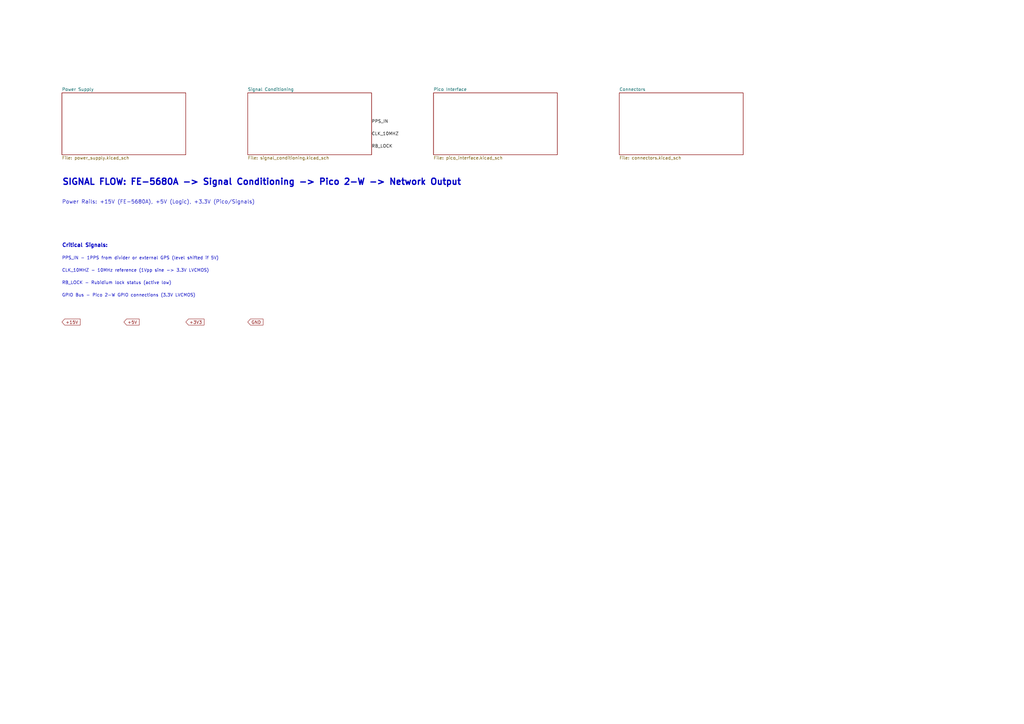
<source format=kicad_sch>
(kicad_sch
	(version 20231120)
	(generator "eeschema")
	(generator_version "8.0")
	(uuid "e63e39d7-6ac0-4ffd-8aa3-1841a4541b55")
	(paper "A3")
	(title_block
		(title "CHRONOS-Rb Rubidium Time Server")
		(date "2024-12-20")
		(rev "1.0")
		(company "Open Source Hardware")
		(comment 1 "Stratum-1 NTP/PTP Time Server")
		(comment 2 "FE-5680A Rubidium Disciplined")
		(comment 3 "Raspberry Pi Pico 2-W Based")
	)
	(lib_symbols)
	(sheet
		(at 25.4 38.1)
		(size 50.8 25.4)
		(fields_autoplaced yes)
		(stroke
			(width 0.1524)
			(type solid)
		)
		(fill
			(color 0 0 0 0.0000)
		)
		(uuid "a1b2c3d4-0001-0001-0001-000000000001")
		(property "Sheetname" "Power Supply"
			(at 25.4 37.3886 0)
			(effects
				(font
					(size 1.27 1.27)
				)
				(justify left bottom)
			)
		)
		(property "Sheetfile" "power_supply.kicad_sch"
			(at 25.4 64.0114 0)
			(effects
				(font
					(size 1.27 1.27)
				)
				(justify left top)
			)
		)
		(instances
			(project "chronos_rb"
				(path "/e63e39d7-6ac0-4ffd-8aa3-1841a4541b55"
					(page "2")
				)
			)
		)
	)
	(sheet
		(at 101.6 38.1)
		(size 50.8 25.4)
		(fields_autoplaced yes)
		(stroke
			(width 0.1524)
			(type solid)
		)
		(fill
			(color 0 0 0 0.0000)
		)
		(uuid "a1b2c3d4-0002-0002-0002-000000000002")
		(property "Sheetname" "Signal Conditioning"
			(at 101.6 37.3886 0)
			(effects
				(font
					(size 1.27 1.27)
				)
				(justify left bottom)
			)
		)
		(property "Sheetfile" "signal_conditioning.kicad_sch"
			(at 101.6 64.0114 0)
			(effects
				(font
					(size 1.27 1.27)
				)
				(justify left top)
			)
		)
		(instances
			(project "chronos_rb"
				(path "/e63e39d7-6ac0-4ffd-8aa3-1841a4541b55"
					(page "3")
				)
			)
		)
	)
	(sheet
		(at 177.8 38.1)
		(size 50.8 25.4)
		(fields_autoplaced yes)
		(stroke
			(width 0.1524)
			(type solid)
		)
		(fill
			(color 0 0 0 0.0000)
		)
		(uuid "a1b2c3d4-0003-0003-0003-000000000003")
		(property "Sheetname" "Pico Interface"
			(at 177.8 37.3886 0)
			(effects
				(font
					(size 1.27 1.27)
				)
				(justify left bottom)
			)
		)
		(property "Sheetfile" "pico_interface.kicad_sch"
			(at 177.8 64.0114 0)
			(effects
				(font
					(size 1.27 1.27)
				)
				(justify left top)
			)
		)
		(instances
			(project "chronos_rb"
				(path "/e63e39d7-6ac0-4ffd-8aa3-1841a4541b55"
					(page "4")
				)
			)
		)
	)
	(sheet
		(at 254 38.1)
		(size 50.8 25.4)
		(fields_autoplaced yes)
		(stroke
			(width 0.1524)
			(type solid)
		)
		(fill
			(color 0 0 0 0.0000)
		)
		(uuid "a1b2c3d4-0004-0004-0004-000000000004")
		(property "Sheetname" "Connectors"
			(at 254 37.3886 0)
			(effects
				(font
					(size 1.27 1.27)
				)
				(justify left bottom)
			)
		)
		(property "Sheetfile" "connectors.kicad_sch"
			(at 254 64.0114 0)
			(effects
				(font
					(size 1.27 1.27)
				)
				(justify left top)
			)
		)
		(instances
			(project "chronos_rb"
				(path "/e63e39d7-6ac0-4ffd-8aa3-1841a4541b55"
					(page "5")
				)
			)
		)
	)
	(text "SIGNAL FLOW: FE-5680A -> Signal Conditioning -> Pico 2-W -> Network Output"
		(exclude_from_sim no)
		(at 25.4 76.2 0)
		(effects
			(font
				(size 2.54 2.54)
				(bold yes)
			)
			(justify left bottom)
		)
		(uuid "a1b2c3d4-0005-0005-0005-000000000005")
	)
	(text "Power Rails: +15V (FE-5680A), +5V (Logic), +3.3V (Pico/Signals)"
		(exclude_from_sim no)
		(at 25.4 83.82 0)
		(effects
			(font
				(size 1.524 1.524)
			)
			(justify left bottom)
		)
		(uuid "a1b2c3d4-0006-0006-0006-000000000006")
	)
	(text "Critical Signals:"
		(exclude_from_sim no)
		(at 25.4 101.6 0)
		(effects
			(font
				(size 1.524 1.524)
				(bold yes)
			)
			(justify left bottom)
		)
		(uuid "a1b2c3d4-0007-0007-0007-000000000007")
	)
	(text "PPS_IN - 1PPS from divider or external GPS (level shifted if 5V)"
		(exclude_from_sim no)
		(at 25.4 106.68 0)
		(effects
			(font
				(size 1.27 1.27)
			)
			(justify left bottom)
		)
		(uuid "a1b2c3d4-0008-0008-0008-000000000008")
	)
	(text "CLK_10MHZ - 10MHz reference (1Vpp sine -> 3.3V LVCMOS)"
		(exclude_from_sim no)
		(at 25.4 111.76 0)
		(effects
			(font
				(size 1.27 1.27)
			)
			(justify left bottom)
		)
		(uuid "a1b2c3d4-0009-0009-0009-000000000009")
	)
	(text "RB_LOCK - Rubidium lock status (active low)"
		(exclude_from_sim no)
		(at 25.4 116.84 0)
		(effects
			(font
				(size 1.27 1.27)
			)
			(justify left bottom)
		)
		(uuid "a1b2c3d4-000a-000a-000a-00000000000a")
	)
	(text "GPIO Bus - Pico 2-W GPIO connections (3.3V LVCMOS)"
		(exclude_from_sim no)
		(at 25.4 121.92 0)
		(effects
			(font
				(size 1.27 1.27)
			)
			(justify left bottom)
		)
		(uuid "a1b2c3d4-000b-000b-000b-00000000000b")
	)
	(label "PPS_IN"
		(at 152.4 50.8 0)
		(fields_autoplaced yes)
		(effects
			(font
				(size 1.27 1.27)
			)
			(justify left bottom)
		)
		(uuid "a1b2c3d4-000c-000c-000c-00000000000c")
	)
	(label "CLK_10MHZ"
		(at 152.4 55.88 0)
		(fields_autoplaced yes)
		(effects
			(font
				(size 1.27 1.27)
			)
			(justify left bottom)
		)
		(uuid "a1b2c3d4-000d-000d-000d-00000000000d")
	)
	(label "RB_LOCK"
		(at 152.4 60.96 0)
		(fields_autoplaced yes)
		(effects
			(font
				(size 1.27 1.27)
			)
			(justify left bottom)
		)
		(uuid "a1b2c3d4-000e-000e-000e-00000000000e")
	)
	(global_label "+15V"
		(shape input)
		(at 25.4 132.08 0)
		(fields_autoplaced yes)
		(effects
			(font
				(size 1.27 1.27)
			)
			(justify left)
		)
		(uuid "a1b2c3d4-0010-0010-0010-000000000010")
		(property "Intersheetrefs" "${INTERSHEET_REFS}"
			(at 32.6212 132.08 0)
			(effects
				(font
					(size 1.27 1.27)
				)
				(justify left)
				(hide yes)
			)
		)
	)
	(global_label "+5V"
		(shape input)
		(at 50.8 132.08 0)
		(fields_autoplaced yes)
		(effects
			(font
				(size 1.27 1.27)
			)
			(justify left)
		)
		(uuid "a1b2c3d4-0011-0011-0011-000000000011")
		(property "Intersheetrefs" "${INTERSHEET_REFS}"
			(at 57.2962 132.08 0)
			(effects
				(font
					(size 1.27 1.27)
				)
				(justify left)
				(hide yes)
			)
		)
	)
	(global_label "+3V3"
		(shape input)
		(at 76.2 132.08 0)
		(fields_autoplaced yes)
		(effects
			(font
				(size 1.27 1.27)
			)
			(justify left)
		)
		(uuid "a1b2c3d4-0012-0012-0012-000000000012")
		(property "Intersheetrefs" "${INTERSHEET_REFS}"
			(at 84.0187 132.08 0)
			(effects
				(font
					(size 1.27 1.27)
				)
				(justify left)
				(hide yes)
			)
		)
	)
	(global_label "GND"
		(shape input)
		(at 101.6 132.08 0)
		(fields_autoplaced yes)
		(effects
			(font
				(size 1.27 1.27)
			)
			(justify left)
		)
		(uuid "a1b2c3d4-0013-0013-0013-000000000013")
		(property "Intersheetrefs" "${INTERSHEET_REFS}"
			(at 109.7838 132.08 0)
			(effects
				(font
					(size 1.27 1.27)
				)
				(justify left)
				(hide yes)
			)
		)
	)
	(sheet_instances
		(path "/"
			(page "1")
		)
	)
)

</source>
